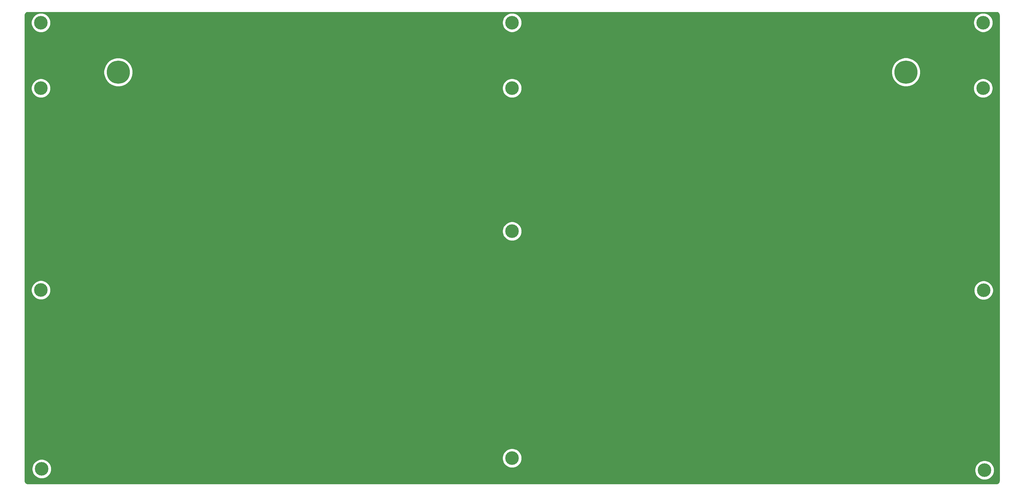
<source format=gtl>
G04 #@! TF.GenerationSoftware,KiCad,Pcbnew,(5.1.7)-1*
G04 #@! TF.CreationDate,2020-12-06T11:00:51-05:00*
G04 #@! TF.ProjectId,neoutline,6e656f75-746c-4696-9e65-2e6b69636164,rev?*
G04 #@! TF.SameCoordinates,Original*
G04 #@! TF.FileFunction,Copper,L1,Top*
G04 #@! TF.FilePolarity,Positive*
%FSLAX46Y46*%
G04 Gerber Fmt 4.6, Leading zero omitted, Abs format (unit mm)*
G04 Created by KiCad (PCBNEW (5.1.7)-1) date 2020-12-06 11:00:51*
%MOMM*%
%LPD*%
G01*
G04 APERTURE LIST*
G04 #@! TA.AperFunction,ComponentPad*
%ADD10C,7.500000*%
G04 #@! TD*
G04 #@! TA.AperFunction,ComponentPad*
%ADD11C,4.400000*%
G04 #@! TD*
G04 #@! TA.AperFunction,NonConductor*
%ADD12C,0.254000*%
G04 #@! TD*
G04 #@! TA.AperFunction,NonConductor*
%ADD13C,0.100000*%
G04 #@! TD*
G04 APERTURE END LIST*
D10*
G04 #@! TO.P,REF\u002A\u002A,1*
G04 #@! TO.N,N/C*
X267783900Y-43073500D03*
G04 #@! TD*
G04 #@! TO.P,REF\u002A\u002A,1*
G04 #@! TO.N,N/C*
X13008900Y-43098500D03*
G04 #@! TD*
D11*
G04 #@! TO.P,REF\u002A\u002A,1*
G04 #@! TO.N,N/C*
X-11991100Y-27098500D03*
G04 #@! TD*
G04 #@! TO.P,REF\u002A\u002A,1*
G04 #@! TO.N,N/C*
X292758900Y-48298500D03*
G04 #@! TD*
G04 #@! TO.P,REF\u002A\u002A,1*
G04 #@! TO.N,N/C*
X292783900Y-27073500D03*
G04 #@! TD*
G04 #@! TO.P,REF\u002A\u002A,1*
G04 #@! TO.N,N/C*
X-11991100Y-48298500D03*
G04 #@! TD*
G04 #@! TO.P,REF\u002A\u002A,1*
G04 #@! TO.N,N/C*
X140383900Y-168073500D03*
G04 #@! TD*
G04 #@! TO.P,REF\u002A\u002A,1*
G04 #@! TO.N,N/C*
X293208900Y-171973500D03*
G04 #@! TD*
G04 #@! TO.P,REF\u002A\u002A,1*
G04 #@! TO.N,N/C*
X140383900Y-27073500D03*
G04 #@! TD*
G04 #@! TO.P,REF\u002A\u002A,1*
G04 #@! TO.N,N/C*
X-11766100Y-171573500D03*
G04 #@! TD*
G04 #@! TO.P,REF\u002A\u002A,1*
G04 #@! TO.N,N/C*
X292908900Y-113748500D03*
G04 #@! TD*
G04 #@! TO.P,REF\u002A\u002A,1*
G04 #@! TO.N,N/C*
X-11991100Y-113648500D03*
G04 #@! TD*
G04 #@! TO.P,REF\u002A\u002A,1*
G04 #@! TO.N,N/C*
X140383900Y-48273500D03*
G04 #@! TD*
G04 #@! TO.P,REF\u002A\u002A,1*
G04 #@! TO.N,N/C*
X140389914Y-94598500D03*
G04 #@! TD*
D12*
X297216900Y-23695661D02*
X297397770Y-23750269D01*
X297564592Y-23838970D01*
X297711006Y-23958382D01*
X297831441Y-24103963D01*
X297921299Y-24270152D01*
X297977170Y-24450642D01*
X298001869Y-24685636D01*
X298001868Y-175370046D01*
X297978507Y-175608303D01*
X297923899Y-175789172D01*
X297835197Y-175955996D01*
X297715786Y-176102408D01*
X297570208Y-176222841D01*
X297404015Y-176312702D01*
X297223527Y-176368572D01*
X296988541Y-176393270D01*
X-16196258Y-176393270D01*
X-16434515Y-176369909D01*
X-16615384Y-176315301D01*
X-16782208Y-176226599D01*
X-16928620Y-176107188D01*
X-17049053Y-175961610D01*
X-17138914Y-175795417D01*
X-17194784Y-175614929D01*
X-17219482Y-175379943D01*
X-17219482Y-171265517D01*
X-14893100Y-171265517D01*
X-14893100Y-171881483D01*
X-14772931Y-172485612D01*
X-14537211Y-173054690D01*
X-14194999Y-173566846D01*
X-13759446Y-174002399D01*
X-13247290Y-174344611D01*
X-12678212Y-174580331D01*
X-12074083Y-174700500D01*
X-11458117Y-174700500D01*
X-10853988Y-174580331D01*
X-10284910Y-174344611D01*
X-9772754Y-174002399D01*
X-9337201Y-173566846D01*
X-8994989Y-173054690D01*
X-8759269Y-172485612D01*
X-8639100Y-171881483D01*
X-8639100Y-171665517D01*
X290081900Y-171665517D01*
X290081900Y-172281483D01*
X290202069Y-172885612D01*
X290437789Y-173454690D01*
X290780001Y-173966846D01*
X291215554Y-174402399D01*
X291727710Y-174744611D01*
X292296788Y-174980331D01*
X292900917Y-175100500D01*
X293516883Y-175100500D01*
X294121012Y-174980331D01*
X294690090Y-174744611D01*
X295202246Y-174402399D01*
X295637799Y-173966846D01*
X295980011Y-173454690D01*
X296215731Y-172885612D01*
X296335900Y-172281483D01*
X296335900Y-171665517D01*
X296215731Y-171061388D01*
X295980011Y-170492310D01*
X295637799Y-169980154D01*
X295202246Y-169544601D01*
X294690090Y-169202389D01*
X294121012Y-168966669D01*
X293516883Y-168846500D01*
X292900917Y-168846500D01*
X292296788Y-168966669D01*
X291727710Y-169202389D01*
X291215554Y-169544601D01*
X290780001Y-169980154D01*
X290437789Y-170492310D01*
X290202069Y-171061388D01*
X290081900Y-171665517D01*
X-8639100Y-171665517D01*
X-8639100Y-171265517D01*
X-8759269Y-170661388D01*
X-8994989Y-170092310D01*
X-9337201Y-169580154D01*
X-9772754Y-169144601D01*
X-10284910Y-168802389D01*
X-10853988Y-168566669D01*
X-11458117Y-168446500D01*
X-12074083Y-168446500D01*
X-12678212Y-168566669D01*
X-13247290Y-168802389D01*
X-13759446Y-169144601D01*
X-14194999Y-169580154D01*
X-14537211Y-170092310D01*
X-14772931Y-170661388D01*
X-14893100Y-171265517D01*
X-17219482Y-171265517D01*
X-17219482Y-167765517D01*
X137256900Y-167765517D01*
X137256900Y-168381483D01*
X137377069Y-168985612D01*
X137612789Y-169554690D01*
X137955001Y-170066846D01*
X138390554Y-170502399D01*
X138902710Y-170844611D01*
X139471788Y-171080331D01*
X140075917Y-171200500D01*
X140691883Y-171200500D01*
X141296012Y-171080331D01*
X141865090Y-170844611D01*
X142377246Y-170502399D01*
X142812799Y-170066846D01*
X143155011Y-169554690D01*
X143390731Y-168985612D01*
X143510900Y-168381483D01*
X143510900Y-167765517D01*
X143390731Y-167161388D01*
X143155011Y-166592310D01*
X142812799Y-166080154D01*
X142377246Y-165644601D01*
X141865090Y-165302389D01*
X141296012Y-165066669D01*
X140691883Y-164946500D01*
X140075917Y-164946500D01*
X139471788Y-165066669D01*
X138902710Y-165302389D01*
X138390554Y-165644601D01*
X137955001Y-166080154D01*
X137612789Y-166592310D01*
X137377069Y-167161388D01*
X137256900Y-167765517D01*
X-17219482Y-167765517D01*
X-17219482Y-113340517D01*
X-15118100Y-113340517D01*
X-15118100Y-113956483D01*
X-14997931Y-114560612D01*
X-14762211Y-115129690D01*
X-14419999Y-115641846D01*
X-13984446Y-116077399D01*
X-13472290Y-116419611D01*
X-12903212Y-116655331D01*
X-12299083Y-116775500D01*
X-11683117Y-116775500D01*
X-11078988Y-116655331D01*
X-10509910Y-116419611D01*
X-9997754Y-116077399D01*
X-9562201Y-115641846D01*
X-9219989Y-115129690D01*
X-8984269Y-114560612D01*
X-8864100Y-113956483D01*
X-8864100Y-113440517D01*
X289781900Y-113440517D01*
X289781900Y-114056483D01*
X289902069Y-114660612D01*
X290137789Y-115229690D01*
X290480001Y-115741846D01*
X290915554Y-116177399D01*
X291427710Y-116519611D01*
X291996788Y-116755331D01*
X292600917Y-116875500D01*
X293216883Y-116875500D01*
X293821012Y-116755331D01*
X294390090Y-116519611D01*
X294902246Y-116177399D01*
X295337799Y-115741846D01*
X295680011Y-115229690D01*
X295915731Y-114660612D01*
X296035900Y-114056483D01*
X296035900Y-113440517D01*
X295915731Y-112836388D01*
X295680011Y-112267310D01*
X295337799Y-111755154D01*
X294902246Y-111319601D01*
X294390090Y-110977389D01*
X293821012Y-110741669D01*
X293216883Y-110621500D01*
X292600917Y-110621500D01*
X291996788Y-110741669D01*
X291427710Y-110977389D01*
X290915554Y-111319601D01*
X290480001Y-111755154D01*
X290137789Y-112267310D01*
X289902069Y-112836388D01*
X289781900Y-113440517D01*
X-8864100Y-113440517D01*
X-8864100Y-113340517D01*
X-8984269Y-112736388D01*
X-9219989Y-112167310D01*
X-9562201Y-111655154D01*
X-9997754Y-111219601D01*
X-10509910Y-110877389D01*
X-11078988Y-110641669D01*
X-11683117Y-110521500D01*
X-12299083Y-110521500D01*
X-12903212Y-110641669D01*
X-13472290Y-110877389D01*
X-13984446Y-111219601D01*
X-14419999Y-111655154D01*
X-14762211Y-112167310D01*
X-14997931Y-112736388D01*
X-15118100Y-113340517D01*
X-17219482Y-113340517D01*
X-17219482Y-94290517D01*
X137262914Y-94290517D01*
X137262914Y-94906483D01*
X137383083Y-95510612D01*
X137618803Y-96079690D01*
X137961015Y-96591846D01*
X138396568Y-97027399D01*
X138908724Y-97369611D01*
X139477802Y-97605331D01*
X140081931Y-97725500D01*
X140697897Y-97725500D01*
X141302026Y-97605331D01*
X141871104Y-97369611D01*
X142383260Y-97027399D01*
X142818813Y-96591846D01*
X143161025Y-96079690D01*
X143396745Y-95510612D01*
X143516914Y-94906483D01*
X143516914Y-94290517D01*
X143396745Y-93686388D01*
X143161025Y-93117310D01*
X142818813Y-92605154D01*
X142383260Y-92169601D01*
X141871104Y-91827389D01*
X141302026Y-91591669D01*
X140697897Y-91471500D01*
X140081931Y-91471500D01*
X139477802Y-91591669D01*
X138908724Y-91827389D01*
X138396568Y-92169601D01*
X137961015Y-92605154D01*
X137618803Y-93117310D01*
X137383083Y-93686388D01*
X137262914Y-94290517D01*
X-17219482Y-94290517D01*
X-17219482Y-47990517D01*
X-15118100Y-47990517D01*
X-15118100Y-48606483D01*
X-14997931Y-49210612D01*
X-14762211Y-49779690D01*
X-14419999Y-50291846D01*
X-13984446Y-50727399D01*
X-13472290Y-51069611D01*
X-12903212Y-51305331D01*
X-12299083Y-51425500D01*
X-11683117Y-51425500D01*
X-11078988Y-51305331D01*
X-10509910Y-51069611D01*
X-9997754Y-50727399D01*
X-9562201Y-50291846D01*
X-9219989Y-49779690D01*
X-8984269Y-49210612D01*
X-8864100Y-48606483D01*
X-8864100Y-47990517D01*
X-8869072Y-47965517D01*
X137256900Y-47965517D01*
X137256900Y-48581483D01*
X137377069Y-49185612D01*
X137612789Y-49754690D01*
X137955001Y-50266846D01*
X138390554Y-50702399D01*
X138902710Y-51044611D01*
X139471788Y-51280331D01*
X140075917Y-51400500D01*
X140691883Y-51400500D01*
X141296012Y-51280331D01*
X141865090Y-51044611D01*
X142377246Y-50702399D01*
X142812799Y-50266846D01*
X143155011Y-49754690D01*
X143390731Y-49185612D01*
X143510900Y-48581483D01*
X143510900Y-47990517D01*
X289631900Y-47990517D01*
X289631900Y-48606483D01*
X289752069Y-49210612D01*
X289987789Y-49779690D01*
X290330001Y-50291846D01*
X290765554Y-50727399D01*
X291277710Y-51069611D01*
X291846788Y-51305331D01*
X292450917Y-51425500D01*
X293066883Y-51425500D01*
X293671012Y-51305331D01*
X294240090Y-51069611D01*
X294752246Y-50727399D01*
X295187799Y-50291846D01*
X295530011Y-49779690D01*
X295765731Y-49210612D01*
X295885900Y-48606483D01*
X295885900Y-47990517D01*
X295765731Y-47386388D01*
X295530011Y-46817310D01*
X295187799Y-46305154D01*
X294752246Y-45869601D01*
X294240090Y-45527389D01*
X293671012Y-45291669D01*
X293066883Y-45171500D01*
X292450917Y-45171500D01*
X291846788Y-45291669D01*
X291277710Y-45527389D01*
X290765554Y-45869601D01*
X290330001Y-46305154D01*
X289987789Y-46817310D01*
X289752069Y-47386388D01*
X289631900Y-47990517D01*
X143510900Y-47990517D01*
X143510900Y-47965517D01*
X143390731Y-47361388D01*
X143155011Y-46792310D01*
X142812799Y-46280154D01*
X142377246Y-45844601D01*
X141865090Y-45502389D01*
X141296012Y-45266669D01*
X140691883Y-45146500D01*
X140075917Y-45146500D01*
X139471788Y-45266669D01*
X138902710Y-45502389D01*
X138390554Y-45844601D01*
X137955001Y-46280154D01*
X137612789Y-46792310D01*
X137377069Y-47361388D01*
X137256900Y-47965517D01*
X-8869072Y-47965517D01*
X-8984269Y-47386388D01*
X-9219989Y-46817310D01*
X-9562201Y-46305154D01*
X-9997754Y-45869601D01*
X-10509910Y-45527389D01*
X-11078988Y-45291669D01*
X-11683117Y-45171500D01*
X-12299083Y-45171500D01*
X-12903212Y-45291669D01*
X-13472290Y-45527389D01*
X-13984446Y-45869601D01*
X-14419999Y-46305154D01*
X-14762211Y-46817310D01*
X-14997931Y-47386388D01*
X-15118100Y-47990517D01*
X-17219482Y-47990517D01*
X-17219482Y-42637856D01*
X8331900Y-42637856D01*
X8331900Y-43559144D01*
X8511634Y-44462731D01*
X8864196Y-45313890D01*
X9376037Y-46079914D01*
X10027486Y-46731363D01*
X10793510Y-47243204D01*
X11644669Y-47595766D01*
X12548256Y-47775500D01*
X13469544Y-47775500D01*
X14373131Y-47595766D01*
X15224290Y-47243204D01*
X15990314Y-46731363D01*
X16641763Y-46079914D01*
X17153604Y-45313890D01*
X17506166Y-44462731D01*
X17685900Y-43559144D01*
X17685900Y-42637856D01*
X17680928Y-42612856D01*
X263106900Y-42612856D01*
X263106900Y-43534144D01*
X263286634Y-44437731D01*
X263639196Y-45288890D01*
X264151037Y-46054914D01*
X264802486Y-46706363D01*
X265568510Y-47218204D01*
X266419669Y-47570766D01*
X267323256Y-47750500D01*
X268244544Y-47750500D01*
X269148131Y-47570766D01*
X269999290Y-47218204D01*
X270765314Y-46706363D01*
X271416763Y-46054914D01*
X271928604Y-45288890D01*
X272281166Y-44437731D01*
X272460900Y-43534144D01*
X272460900Y-42612856D01*
X272281166Y-41709269D01*
X271928604Y-40858110D01*
X271416763Y-40092086D01*
X270765314Y-39440637D01*
X269999290Y-38928796D01*
X269148131Y-38576234D01*
X268244544Y-38396500D01*
X267323256Y-38396500D01*
X266419669Y-38576234D01*
X265568510Y-38928796D01*
X264802486Y-39440637D01*
X264151037Y-40092086D01*
X263639196Y-40858110D01*
X263286634Y-41709269D01*
X263106900Y-42612856D01*
X17680928Y-42612856D01*
X17506166Y-41734269D01*
X17153604Y-40883110D01*
X16641763Y-40117086D01*
X15990314Y-39465637D01*
X15224290Y-38953796D01*
X14373131Y-38601234D01*
X13469544Y-38421500D01*
X12548256Y-38421500D01*
X11644669Y-38601234D01*
X10793510Y-38953796D01*
X10027486Y-39465637D01*
X9376037Y-40117086D01*
X8864196Y-40883110D01*
X8511634Y-41734269D01*
X8331900Y-42637856D01*
X-17219482Y-42637856D01*
X-17219482Y-26790517D01*
X-15118100Y-26790517D01*
X-15118100Y-27406483D01*
X-14997931Y-28010612D01*
X-14762211Y-28579690D01*
X-14419999Y-29091846D01*
X-13984446Y-29527399D01*
X-13472290Y-29869611D01*
X-12903212Y-30105331D01*
X-12299083Y-30225500D01*
X-11683117Y-30225500D01*
X-11078988Y-30105331D01*
X-10509910Y-29869611D01*
X-9997754Y-29527399D01*
X-9562201Y-29091846D01*
X-9219989Y-28579690D01*
X-8984269Y-28010612D01*
X-8864100Y-27406483D01*
X-8864100Y-26790517D01*
X-8869072Y-26765517D01*
X137256900Y-26765517D01*
X137256900Y-27381483D01*
X137377069Y-27985612D01*
X137612789Y-28554690D01*
X137955001Y-29066846D01*
X138390554Y-29502399D01*
X138902710Y-29844611D01*
X139471788Y-30080331D01*
X140075917Y-30200500D01*
X140691883Y-30200500D01*
X141296012Y-30080331D01*
X141865090Y-29844611D01*
X142377246Y-29502399D01*
X142812799Y-29066846D01*
X143155011Y-28554690D01*
X143390731Y-27985612D01*
X143510900Y-27381483D01*
X143510900Y-26765517D01*
X289656900Y-26765517D01*
X289656900Y-27381483D01*
X289777069Y-27985612D01*
X290012789Y-28554690D01*
X290355001Y-29066846D01*
X290790554Y-29502399D01*
X291302710Y-29844611D01*
X291871788Y-30080331D01*
X292475917Y-30200500D01*
X293091883Y-30200500D01*
X293696012Y-30080331D01*
X294265090Y-29844611D01*
X294777246Y-29502399D01*
X295212799Y-29066846D01*
X295555011Y-28554690D01*
X295790731Y-27985612D01*
X295910900Y-27381483D01*
X295910900Y-26765517D01*
X295790731Y-26161388D01*
X295555011Y-25592310D01*
X295212799Y-25080154D01*
X294777246Y-24644601D01*
X294265090Y-24302389D01*
X293696012Y-24066669D01*
X293091883Y-23946500D01*
X292475917Y-23946500D01*
X291871788Y-24066669D01*
X291302710Y-24302389D01*
X290790554Y-24644601D01*
X290355001Y-25080154D01*
X290012789Y-25592310D01*
X289777069Y-26161388D01*
X289656900Y-26765517D01*
X143510900Y-26765517D01*
X143390731Y-26161388D01*
X143155011Y-25592310D01*
X142812799Y-25080154D01*
X142377246Y-24644601D01*
X141865090Y-24302389D01*
X141296012Y-24066669D01*
X140691883Y-23946500D01*
X140075917Y-23946500D01*
X139471788Y-24066669D01*
X138902710Y-24302389D01*
X138390554Y-24644601D01*
X137955001Y-25080154D01*
X137612789Y-25592310D01*
X137377069Y-26161388D01*
X137256900Y-26765517D01*
X-8869072Y-26765517D01*
X-8984269Y-26186388D01*
X-9219989Y-25617310D01*
X-9562201Y-25105154D01*
X-9997754Y-24669601D01*
X-10509910Y-24327389D01*
X-11078988Y-24091669D01*
X-11683117Y-23971500D01*
X-12299083Y-23971500D01*
X-12903212Y-24091669D01*
X-13472290Y-24327389D01*
X-13984446Y-24669601D01*
X-14419999Y-25105154D01*
X-14762211Y-25617310D01*
X-14997931Y-26186388D01*
X-15118100Y-26790517D01*
X-17219482Y-26790517D01*
X-17219482Y-24695524D01*
X-17196121Y-24457268D01*
X-17141513Y-24276398D01*
X-17052812Y-24109576D01*
X-16933400Y-23963162D01*
X-16787819Y-23842727D01*
X-16621630Y-23752869D01*
X-16441140Y-23696998D01*
X-16206155Y-23672300D01*
X296978644Y-23672300D01*
X297216900Y-23695661D01*
G04 #@! TA.AperFunction,NonConductor*
D13*
G36*
X297216900Y-23695661D02*
G01*
X297397770Y-23750269D01*
X297564592Y-23838970D01*
X297711006Y-23958382D01*
X297831441Y-24103963D01*
X297921299Y-24270152D01*
X297977170Y-24450642D01*
X298001869Y-24685636D01*
X298001868Y-175370046D01*
X297978507Y-175608303D01*
X297923899Y-175789172D01*
X297835197Y-175955996D01*
X297715786Y-176102408D01*
X297570208Y-176222841D01*
X297404015Y-176312702D01*
X297223527Y-176368572D01*
X296988541Y-176393270D01*
X-16196258Y-176393270D01*
X-16434515Y-176369909D01*
X-16615384Y-176315301D01*
X-16782208Y-176226599D01*
X-16928620Y-176107188D01*
X-17049053Y-175961610D01*
X-17138914Y-175795417D01*
X-17194784Y-175614929D01*
X-17219482Y-175379943D01*
X-17219482Y-171265517D01*
X-14893100Y-171265517D01*
X-14893100Y-171881483D01*
X-14772931Y-172485612D01*
X-14537211Y-173054690D01*
X-14194999Y-173566846D01*
X-13759446Y-174002399D01*
X-13247290Y-174344611D01*
X-12678212Y-174580331D01*
X-12074083Y-174700500D01*
X-11458117Y-174700500D01*
X-10853988Y-174580331D01*
X-10284910Y-174344611D01*
X-9772754Y-174002399D01*
X-9337201Y-173566846D01*
X-8994989Y-173054690D01*
X-8759269Y-172485612D01*
X-8639100Y-171881483D01*
X-8639100Y-171665517D01*
X290081900Y-171665517D01*
X290081900Y-172281483D01*
X290202069Y-172885612D01*
X290437789Y-173454690D01*
X290780001Y-173966846D01*
X291215554Y-174402399D01*
X291727710Y-174744611D01*
X292296788Y-174980331D01*
X292900917Y-175100500D01*
X293516883Y-175100500D01*
X294121012Y-174980331D01*
X294690090Y-174744611D01*
X295202246Y-174402399D01*
X295637799Y-173966846D01*
X295980011Y-173454690D01*
X296215731Y-172885612D01*
X296335900Y-172281483D01*
X296335900Y-171665517D01*
X296215731Y-171061388D01*
X295980011Y-170492310D01*
X295637799Y-169980154D01*
X295202246Y-169544601D01*
X294690090Y-169202389D01*
X294121012Y-168966669D01*
X293516883Y-168846500D01*
X292900917Y-168846500D01*
X292296788Y-168966669D01*
X291727710Y-169202389D01*
X291215554Y-169544601D01*
X290780001Y-169980154D01*
X290437789Y-170492310D01*
X290202069Y-171061388D01*
X290081900Y-171665517D01*
X-8639100Y-171665517D01*
X-8639100Y-171265517D01*
X-8759269Y-170661388D01*
X-8994989Y-170092310D01*
X-9337201Y-169580154D01*
X-9772754Y-169144601D01*
X-10284910Y-168802389D01*
X-10853988Y-168566669D01*
X-11458117Y-168446500D01*
X-12074083Y-168446500D01*
X-12678212Y-168566669D01*
X-13247290Y-168802389D01*
X-13759446Y-169144601D01*
X-14194999Y-169580154D01*
X-14537211Y-170092310D01*
X-14772931Y-170661388D01*
X-14893100Y-171265517D01*
X-17219482Y-171265517D01*
X-17219482Y-167765517D01*
X137256900Y-167765517D01*
X137256900Y-168381483D01*
X137377069Y-168985612D01*
X137612789Y-169554690D01*
X137955001Y-170066846D01*
X138390554Y-170502399D01*
X138902710Y-170844611D01*
X139471788Y-171080331D01*
X140075917Y-171200500D01*
X140691883Y-171200500D01*
X141296012Y-171080331D01*
X141865090Y-170844611D01*
X142377246Y-170502399D01*
X142812799Y-170066846D01*
X143155011Y-169554690D01*
X143390731Y-168985612D01*
X143510900Y-168381483D01*
X143510900Y-167765517D01*
X143390731Y-167161388D01*
X143155011Y-166592310D01*
X142812799Y-166080154D01*
X142377246Y-165644601D01*
X141865090Y-165302389D01*
X141296012Y-165066669D01*
X140691883Y-164946500D01*
X140075917Y-164946500D01*
X139471788Y-165066669D01*
X138902710Y-165302389D01*
X138390554Y-165644601D01*
X137955001Y-166080154D01*
X137612789Y-166592310D01*
X137377069Y-167161388D01*
X137256900Y-167765517D01*
X-17219482Y-167765517D01*
X-17219482Y-113340517D01*
X-15118100Y-113340517D01*
X-15118100Y-113956483D01*
X-14997931Y-114560612D01*
X-14762211Y-115129690D01*
X-14419999Y-115641846D01*
X-13984446Y-116077399D01*
X-13472290Y-116419611D01*
X-12903212Y-116655331D01*
X-12299083Y-116775500D01*
X-11683117Y-116775500D01*
X-11078988Y-116655331D01*
X-10509910Y-116419611D01*
X-9997754Y-116077399D01*
X-9562201Y-115641846D01*
X-9219989Y-115129690D01*
X-8984269Y-114560612D01*
X-8864100Y-113956483D01*
X-8864100Y-113440517D01*
X289781900Y-113440517D01*
X289781900Y-114056483D01*
X289902069Y-114660612D01*
X290137789Y-115229690D01*
X290480001Y-115741846D01*
X290915554Y-116177399D01*
X291427710Y-116519611D01*
X291996788Y-116755331D01*
X292600917Y-116875500D01*
X293216883Y-116875500D01*
X293821012Y-116755331D01*
X294390090Y-116519611D01*
X294902246Y-116177399D01*
X295337799Y-115741846D01*
X295680011Y-115229690D01*
X295915731Y-114660612D01*
X296035900Y-114056483D01*
X296035900Y-113440517D01*
X295915731Y-112836388D01*
X295680011Y-112267310D01*
X295337799Y-111755154D01*
X294902246Y-111319601D01*
X294390090Y-110977389D01*
X293821012Y-110741669D01*
X293216883Y-110621500D01*
X292600917Y-110621500D01*
X291996788Y-110741669D01*
X291427710Y-110977389D01*
X290915554Y-111319601D01*
X290480001Y-111755154D01*
X290137789Y-112267310D01*
X289902069Y-112836388D01*
X289781900Y-113440517D01*
X-8864100Y-113440517D01*
X-8864100Y-113340517D01*
X-8984269Y-112736388D01*
X-9219989Y-112167310D01*
X-9562201Y-111655154D01*
X-9997754Y-111219601D01*
X-10509910Y-110877389D01*
X-11078988Y-110641669D01*
X-11683117Y-110521500D01*
X-12299083Y-110521500D01*
X-12903212Y-110641669D01*
X-13472290Y-110877389D01*
X-13984446Y-111219601D01*
X-14419999Y-111655154D01*
X-14762211Y-112167310D01*
X-14997931Y-112736388D01*
X-15118100Y-113340517D01*
X-17219482Y-113340517D01*
X-17219482Y-94290517D01*
X137262914Y-94290517D01*
X137262914Y-94906483D01*
X137383083Y-95510612D01*
X137618803Y-96079690D01*
X137961015Y-96591846D01*
X138396568Y-97027399D01*
X138908724Y-97369611D01*
X139477802Y-97605331D01*
X140081931Y-97725500D01*
X140697897Y-97725500D01*
X141302026Y-97605331D01*
X141871104Y-97369611D01*
X142383260Y-97027399D01*
X142818813Y-96591846D01*
X143161025Y-96079690D01*
X143396745Y-95510612D01*
X143516914Y-94906483D01*
X143516914Y-94290517D01*
X143396745Y-93686388D01*
X143161025Y-93117310D01*
X142818813Y-92605154D01*
X142383260Y-92169601D01*
X141871104Y-91827389D01*
X141302026Y-91591669D01*
X140697897Y-91471500D01*
X140081931Y-91471500D01*
X139477802Y-91591669D01*
X138908724Y-91827389D01*
X138396568Y-92169601D01*
X137961015Y-92605154D01*
X137618803Y-93117310D01*
X137383083Y-93686388D01*
X137262914Y-94290517D01*
X-17219482Y-94290517D01*
X-17219482Y-47990517D01*
X-15118100Y-47990517D01*
X-15118100Y-48606483D01*
X-14997931Y-49210612D01*
X-14762211Y-49779690D01*
X-14419999Y-50291846D01*
X-13984446Y-50727399D01*
X-13472290Y-51069611D01*
X-12903212Y-51305331D01*
X-12299083Y-51425500D01*
X-11683117Y-51425500D01*
X-11078988Y-51305331D01*
X-10509910Y-51069611D01*
X-9997754Y-50727399D01*
X-9562201Y-50291846D01*
X-9219989Y-49779690D01*
X-8984269Y-49210612D01*
X-8864100Y-48606483D01*
X-8864100Y-47990517D01*
X-8869072Y-47965517D01*
X137256900Y-47965517D01*
X137256900Y-48581483D01*
X137377069Y-49185612D01*
X137612789Y-49754690D01*
X137955001Y-50266846D01*
X138390554Y-50702399D01*
X138902710Y-51044611D01*
X139471788Y-51280331D01*
X140075917Y-51400500D01*
X140691883Y-51400500D01*
X141296012Y-51280331D01*
X141865090Y-51044611D01*
X142377246Y-50702399D01*
X142812799Y-50266846D01*
X143155011Y-49754690D01*
X143390731Y-49185612D01*
X143510900Y-48581483D01*
X143510900Y-47990517D01*
X289631900Y-47990517D01*
X289631900Y-48606483D01*
X289752069Y-49210612D01*
X289987789Y-49779690D01*
X290330001Y-50291846D01*
X290765554Y-50727399D01*
X291277710Y-51069611D01*
X291846788Y-51305331D01*
X292450917Y-51425500D01*
X293066883Y-51425500D01*
X293671012Y-51305331D01*
X294240090Y-51069611D01*
X294752246Y-50727399D01*
X295187799Y-50291846D01*
X295530011Y-49779690D01*
X295765731Y-49210612D01*
X295885900Y-48606483D01*
X295885900Y-47990517D01*
X295765731Y-47386388D01*
X295530011Y-46817310D01*
X295187799Y-46305154D01*
X294752246Y-45869601D01*
X294240090Y-45527389D01*
X293671012Y-45291669D01*
X293066883Y-45171500D01*
X292450917Y-45171500D01*
X291846788Y-45291669D01*
X291277710Y-45527389D01*
X290765554Y-45869601D01*
X290330001Y-46305154D01*
X289987789Y-46817310D01*
X289752069Y-47386388D01*
X289631900Y-47990517D01*
X143510900Y-47990517D01*
X143510900Y-47965517D01*
X143390731Y-47361388D01*
X143155011Y-46792310D01*
X142812799Y-46280154D01*
X142377246Y-45844601D01*
X141865090Y-45502389D01*
X141296012Y-45266669D01*
X140691883Y-45146500D01*
X140075917Y-45146500D01*
X139471788Y-45266669D01*
X138902710Y-45502389D01*
X138390554Y-45844601D01*
X137955001Y-46280154D01*
X137612789Y-46792310D01*
X137377069Y-47361388D01*
X137256900Y-47965517D01*
X-8869072Y-47965517D01*
X-8984269Y-47386388D01*
X-9219989Y-46817310D01*
X-9562201Y-46305154D01*
X-9997754Y-45869601D01*
X-10509910Y-45527389D01*
X-11078988Y-45291669D01*
X-11683117Y-45171500D01*
X-12299083Y-45171500D01*
X-12903212Y-45291669D01*
X-13472290Y-45527389D01*
X-13984446Y-45869601D01*
X-14419999Y-46305154D01*
X-14762211Y-46817310D01*
X-14997931Y-47386388D01*
X-15118100Y-47990517D01*
X-17219482Y-47990517D01*
X-17219482Y-42637856D01*
X8331900Y-42637856D01*
X8331900Y-43559144D01*
X8511634Y-44462731D01*
X8864196Y-45313890D01*
X9376037Y-46079914D01*
X10027486Y-46731363D01*
X10793510Y-47243204D01*
X11644669Y-47595766D01*
X12548256Y-47775500D01*
X13469544Y-47775500D01*
X14373131Y-47595766D01*
X15224290Y-47243204D01*
X15990314Y-46731363D01*
X16641763Y-46079914D01*
X17153604Y-45313890D01*
X17506166Y-44462731D01*
X17685900Y-43559144D01*
X17685900Y-42637856D01*
X17680928Y-42612856D01*
X263106900Y-42612856D01*
X263106900Y-43534144D01*
X263286634Y-44437731D01*
X263639196Y-45288890D01*
X264151037Y-46054914D01*
X264802486Y-46706363D01*
X265568510Y-47218204D01*
X266419669Y-47570766D01*
X267323256Y-47750500D01*
X268244544Y-47750500D01*
X269148131Y-47570766D01*
X269999290Y-47218204D01*
X270765314Y-46706363D01*
X271416763Y-46054914D01*
X271928604Y-45288890D01*
X272281166Y-44437731D01*
X272460900Y-43534144D01*
X272460900Y-42612856D01*
X272281166Y-41709269D01*
X271928604Y-40858110D01*
X271416763Y-40092086D01*
X270765314Y-39440637D01*
X269999290Y-38928796D01*
X269148131Y-38576234D01*
X268244544Y-38396500D01*
X267323256Y-38396500D01*
X266419669Y-38576234D01*
X265568510Y-38928796D01*
X264802486Y-39440637D01*
X264151037Y-40092086D01*
X263639196Y-40858110D01*
X263286634Y-41709269D01*
X263106900Y-42612856D01*
X17680928Y-42612856D01*
X17506166Y-41734269D01*
X17153604Y-40883110D01*
X16641763Y-40117086D01*
X15990314Y-39465637D01*
X15224290Y-38953796D01*
X14373131Y-38601234D01*
X13469544Y-38421500D01*
X12548256Y-38421500D01*
X11644669Y-38601234D01*
X10793510Y-38953796D01*
X10027486Y-39465637D01*
X9376037Y-40117086D01*
X8864196Y-40883110D01*
X8511634Y-41734269D01*
X8331900Y-42637856D01*
X-17219482Y-42637856D01*
X-17219482Y-26790517D01*
X-15118100Y-26790517D01*
X-15118100Y-27406483D01*
X-14997931Y-28010612D01*
X-14762211Y-28579690D01*
X-14419999Y-29091846D01*
X-13984446Y-29527399D01*
X-13472290Y-29869611D01*
X-12903212Y-30105331D01*
X-12299083Y-30225500D01*
X-11683117Y-30225500D01*
X-11078988Y-30105331D01*
X-10509910Y-29869611D01*
X-9997754Y-29527399D01*
X-9562201Y-29091846D01*
X-9219989Y-28579690D01*
X-8984269Y-28010612D01*
X-8864100Y-27406483D01*
X-8864100Y-26790517D01*
X-8869072Y-26765517D01*
X137256900Y-26765517D01*
X137256900Y-27381483D01*
X137377069Y-27985612D01*
X137612789Y-28554690D01*
X137955001Y-29066846D01*
X138390554Y-29502399D01*
X138902710Y-29844611D01*
X139471788Y-30080331D01*
X140075917Y-30200500D01*
X140691883Y-30200500D01*
X141296012Y-30080331D01*
X141865090Y-29844611D01*
X142377246Y-29502399D01*
X142812799Y-29066846D01*
X143155011Y-28554690D01*
X143390731Y-27985612D01*
X143510900Y-27381483D01*
X143510900Y-26765517D01*
X289656900Y-26765517D01*
X289656900Y-27381483D01*
X289777069Y-27985612D01*
X290012789Y-28554690D01*
X290355001Y-29066846D01*
X290790554Y-29502399D01*
X291302710Y-29844611D01*
X291871788Y-30080331D01*
X292475917Y-30200500D01*
X293091883Y-30200500D01*
X293696012Y-30080331D01*
X294265090Y-29844611D01*
X294777246Y-29502399D01*
X295212799Y-29066846D01*
X295555011Y-28554690D01*
X295790731Y-27985612D01*
X295910900Y-27381483D01*
X295910900Y-26765517D01*
X295790731Y-26161388D01*
X295555011Y-25592310D01*
X295212799Y-25080154D01*
X294777246Y-24644601D01*
X294265090Y-24302389D01*
X293696012Y-24066669D01*
X293091883Y-23946500D01*
X292475917Y-23946500D01*
X291871788Y-24066669D01*
X291302710Y-24302389D01*
X290790554Y-24644601D01*
X290355001Y-25080154D01*
X290012789Y-25592310D01*
X289777069Y-26161388D01*
X289656900Y-26765517D01*
X143510900Y-26765517D01*
X143390731Y-26161388D01*
X143155011Y-25592310D01*
X142812799Y-25080154D01*
X142377246Y-24644601D01*
X141865090Y-24302389D01*
X141296012Y-24066669D01*
X140691883Y-23946500D01*
X140075917Y-23946500D01*
X139471788Y-24066669D01*
X138902710Y-24302389D01*
X138390554Y-24644601D01*
X137955001Y-25080154D01*
X137612789Y-25592310D01*
X137377069Y-26161388D01*
X137256900Y-26765517D01*
X-8869072Y-26765517D01*
X-8984269Y-26186388D01*
X-9219989Y-25617310D01*
X-9562201Y-25105154D01*
X-9997754Y-24669601D01*
X-10509910Y-24327389D01*
X-11078988Y-24091669D01*
X-11683117Y-23971500D01*
X-12299083Y-23971500D01*
X-12903212Y-24091669D01*
X-13472290Y-24327389D01*
X-13984446Y-24669601D01*
X-14419999Y-25105154D01*
X-14762211Y-25617310D01*
X-14997931Y-26186388D01*
X-15118100Y-26790517D01*
X-17219482Y-26790517D01*
X-17219482Y-24695524D01*
X-17196121Y-24457268D01*
X-17141513Y-24276398D01*
X-17052812Y-24109576D01*
X-16933400Y-23963162D01*
X-16787819Y-23842727D01*
X-16621630Y-23752869D01*
X-16441140Y-23696998D01*
X-16206155Y-23672300D01*
X296978644Y-23672300D01*
X297216900Y-23695661D01*
G37*
G04 #@! TD.AperFunction*
M02*

</source>
